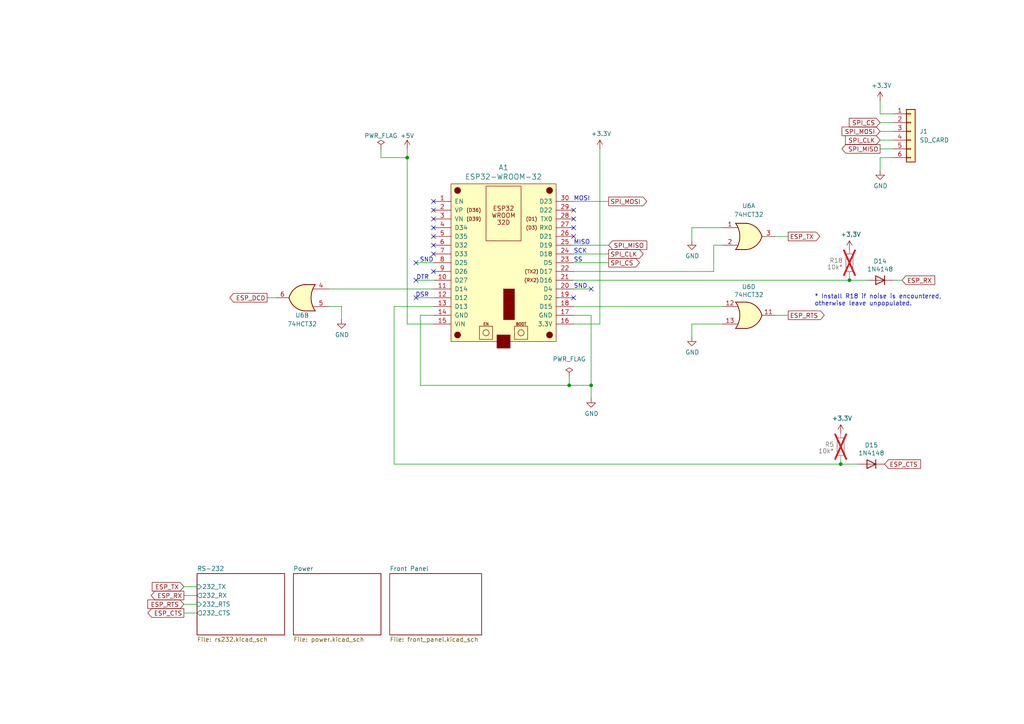
<source format=kicad_sch>
(kicad_sch (version 20231120) (generator "eeschema") (generator_version "8.0")
  (paper "A4")
  (title_block (title "BulkyModem-32 Mini") (rev "A") (comment 3 "before I actually knew what I was doing.") (comment 4 "A smaller version of the BulkyModem-32, initially created as a way to test things out"))
  (lib_symbols
    (symbol "74xx:74LS32" (pin_names (offset 1.016))
      (property "Reference" "U" (at 0 1.27 0))
      (property "Value" "74LS32" (at 0 -1.27 0))
      (symbol "74LS32_1_1"
        (arc (start -3.81 -3.81) (mid -2.589 0) (end -3.81 3.81) (stroke (width 0.254)))
        (arc (start -0.6096 -3.81) (mid 2.1842 -2.5851) (end 3.81 0) (stroke (width 0.254)) (fill (type background)))
        (polyline (pts (xy -3.81 -3.81) (xy -0.635 -3.81)) (stroke (width 0.254)) (fill (type background)))
        (polyline (pts (xy -3.81 3.81) (xy -0.635 3.81)) (stroke (width 0.254)) (fill (type background)))
        (polyline (pts (xy -0.635 3.81) (xy -3.81 3.81) (xy -3.81 3.81) (xy -3.556 3.4036) (xy -3.0226 2.2606) (xy -2.6924 1.0414) (xy -2.6162 -0.254) (xy -2.7686 -1.4986) (xy -3.175 -2.7178) (xy -3.81 -3.81) (xy -3.81 -3.81) (xy -0.635 -3.81)) (stroke (width -25.4)) (fill (type background)))
        (arc (start 3.81 0) (mid 2.1915 2.5936) (end -0.6096 3.81) (stroke (width 0.254)) (fill (type background)))
        (pin input line (at -7.62 2.54 0) (length 4.318) (name "~") (number "1"))
        (pin input line (at -7.62 -2.54 0) (length 4.318) (name "~") (number "2"))
        (pin output line (at 7.62 0 180) (length 3.81) (name "~") (number "3"))
      )
      (symbol "74LS32_1_2"
        (arc (start 0 -3.81) (mid 3.7934 0) (end 0 3.81) (stroke (width 0.254)) (fill (type background)))
        (polyline (pts (xy 0 3.81) (xy -3.81 3.81) (xy -3.81 -3.81) (xy 0 -3.81)) (stroke (width 0.254)) (fill (type background)))
        (pin input inverted (at -7.62 2.54 0) (length 3.81) (name "~") (number "1"))
        (pin input inverted (at -7.62 -2.54 0) (length 3.81) (name "~") (number "2"))
        (pin output inverted (at 7.62 0 180) (length 3.81) (name "~") (number "3"))
      )
      (symbol "74LS32_2_1"
        (arc (start -3.81 -3.81) (mid -2.589 0) (end -3.81 3.81) (stroke (width 0.254)))
        (arc (start -0.6096 -3.81) (mid 2.1842 -2.5851) (end 3.81 0) (stroke (width 0.254)) (fill (type background)))
        (polyline (pts (xy -3.81 -3.81) (xy -0.635 -3.81)) (stroke (width 0.254)) (fill (type background)))
        (polyline (pts (xy -3.81 3.81) (xy -0.635 3.81)) (stroke (width 0.254)) (fill (type background)))
        (polyline (pts (xy -0.635 3.81) (xy -3.81 3.81) (xy -3.81 3.81) (xy -3.556 3.4036) (xy -3.0226 2.2606) (xy -2.6924 1.0414) (xy -2.6162 -0.254) (xy -2.7686 -1.4986) (xy -3.175 -2.7178) (xy -3.81 -3.81) (xy -3.81 -3.81) (xy -0.635 -3.81)) (stroke (width -25.4)) (fill (type background)))
        (arc (start 3.81 0) (mid 2.1915 2.5936) (end -0.6096 3.81) (stroke (width 0.254)) (fill (type background)))
        (pin input line (at -7.62 2.54 0) (length 4.318) (name "~") (number "4"))
        (pin input line (at -7.62 -2.54 0) (length 4.318) (name "~") (number "5"))
        (pin output line (at 7.62 0 180) (length 3.81) (name "~") (number "6"))
      )
      (symbol "74LS32_2_2"
        (arc (start 0 -3.81) (mid 3.7934 0) (end 0 3.81) (stroke (width 0.254)) (fill (type background)))
        (polyline (pts (xy 0 3.81) (xy -3.81 3.81) (xy -3.81 -3.81) (xy 0 -3.81)) (stroke (width 0.254)) (fill (type background)))
        (pin input inverted (at -7.62 2.54 0) (length 3.81) (name "~") (number "4"))
        (pin input inverted (at -7.62 -2.54 0) (length 3.81) (name "~") (number "5"))
        (pin output inverted (at 7.62 0 180) (length 3.81) (name "~") (number "6"))
      )
      (symbol "74LS32_3_1"
        (arc (start -3.81 -3.81) (mid -2.589 0) (end -3.81 3.81) (stroke (width 0.254)))
        (arc (start -0.6096 -3.81) (mid 2.1842 -2.5851) (end 3.81 0) (stroke (width 0.254)) (fill (type background)))
        (polyline (pts (xy -3.81 -3.81) (xy -0.635 -3.81)) (stroke (width 0.254)) (fill (type background)))
        (polyline (pts (xy -3.81 3.81) (xy -0.635 3.81)) (stroke (width 0.254)) (fill (type background)))
        (polyline (pts (xy -0.635 3.81) (xy -3.81 3.81) (xy -3.81 3.81) (xy -3.556 3.4036) (xy -3.0226 2.2606) (xy -2.6924 1.0414) (xy -2.6162 -0.254) (xy -2.7686 -1.4986) (xy -3.175 -2.7178) (xy -3.81 -3.81) (xy -3.81 -3.81) (xy -0.635 -3.81)) (stroke (width -25.4)) (fill (type background)))
        (arc (start 3.81 0) (mid 2.1915 2.5936) (end -0.6096 3.81) (stroke (width 0.254)) (fill (type background)))
        (pin input line (at -7.62 -2.54 0) (length 4.318) (name "~") (number "10"))
        (pin output line (at 7.62 0 180) (length 3.81) (name "~") (number "8"))
        (pin input line (at -7.62 2.54 0) (length 4.318) (name "~") (number "9"))
      )
      (symbol "74LS32_3_2"
        (arc (start 0 -3.81) (mid 3.7934 0) (end 0 3.81) (stroke (width 0.254)) (fill (type background)))
        (polyline (pts (xy 0 3.81) (xy -3.81 3.81) (xy -3.81 -3.81) (xy 0 -3.81)) (stroke (width 0.254)) (fill (type background)))
        (pin input inverted (at -7.62 -2.54 0) (length 3.81) (name "~") (number "10"))
        (pin output inverted (at 7.62 0 180) (length 3.81) (name "~") (number "8"))
        (pin input inverted (at -7.62 2.54 0) (length 3.81) (name "~") (number "9"))
      )
      (symbol "74LS32_4_1"
        (arc (start -3.81 -3.81) (mid -2.589 0) (end -3.81 3.81) (stroke (width 0.254)))
        (arc (start -0.6096 -3.81) (mid 2.1842 -2.5851) (end 3.81 0) (stroke (width 0.254)) (fill (type background)))
        (polyline (pts (xy -3.81 -3.81) (xy -0.635 -3.81)) (stroke (width 0.254)) (fill (type background)))
        (polyline (pts (xy -3.81 3.81) (xy -0.635 3.81)) (stroke (width 0.254)) (fill (type background)))
        (polyline (pts (xy -0.635 3.81) (xy -3.81 3.81) (xy -3.81 3.81) (xy -3.556 3.4036) (xy -3.0226 2.2606) (xy -2.6924 1.0414) (xy -2.6162 -0.254) (xy -2.7686 -1.4986) (xy -3.175 -2.7178) (xy -3.81 -3.81) (xy -3.81 -3.81) (xy -0.635 -3.81)) (stroke (width -25.4)) (fill (type background)))
        (arc (start 3.81 0) (mid 2.1915 2.5936) (end -0.6096 3.81) (stroke (width 0.254)) (fill (type background)))
        (pin output line (at 7.62 0 180) (length 3.81) (name "~") (number "11"))
        (pin input line (at -7.62 2.54 0) (length 4.318) (name "~") (number "12"))
        (pin input line (at -7.62 -2.54 0) (length 4.318) (name "~") (number "13"))
      )
      (symbol "74LS32_4_2"
        (arc (start 0 -3.81) (mid 3.7934 0) (end 0 3.81) (stroke (width 0.254)) (fill (type background)))
        (polyline (pts (xy 0 3.81) (xy -3.81 3.81) (xy -3.81 -3.81) (xy 0 -3.81)) (stroke (width 0.254)) (fill (type background)))
        (pin output inverted (at 7.62 0 180) (length 3.81) (name "~") (number "11"))
        (pin input inverted (at -7.62 2.54 0) (length 3.81) (name "~") (number "12"))
        (pin input inverted (at -7.62 -2.54 0) (length 3.81) (name "~") (number "13"))
      )
      (symbol "74LS32_5_0"
        (pin power_in line (at 0 12.7 270) (length 5.08) (name "VCC") (number "14"))
        (pin power_in line (at 0 -12.7 90) (length 5.08) (name "GND") (number "7"))
      )
      (symbol "74LS32_5_1"
        (rectangle (start -5.08 7.62) (end 5.08 -7.62) (stroke (width 0.254)) (fill (type background)))
      )
    )
    (symbol "Connector_Generic:Conn_01x06" (pin_names (offset 1.016) hide)
      (property "Reference" "J" (at 0 7.62 0))
      (property "Value" "Conn_01x06" (at 0 -10.16 0))
      (symbol "Conn_01x06_1_1"
        (rectangle (start -1.27 -7.493) (end 0 -7.747) (stroke (width 0.1524)))
        (rectangle (start -1.27 -4.953) (end 0 -5.207) (stroke (width 0.1524)))
        (rectangle (start -1.27 -2.413) (end 0 -2.667) (stroke (width 0.1524)))
        (rectangle (start -1.27 0.127) (end 0 -0.127) (stroke (width 0.1524)))
        (rectangle (start -1.27 2.667) (end 0 2.413) (stroke (width 0.1524)))
        (rectangle (start -1.27 5.207) (end 0 4.953) (stroke (width 0.1524)))
        (rectangle (start -1.27 6.35) (end 1.27 -8.89) (stroke (width 0.254)) (fill (type background)))
        (pin passive line (at -5.08 5.08 0) (length 3.81) (name "Pin_1") (number "1"))
        (pin passive line (at -5.08 2.54 0) (length 3.81) (name "Pin_2") (number "2"))
        (pin passive line (at -5.08 0 0) (length 3.81) (name "Pin_3") (number "3"))
        (pin passive line (at -5.08 -2.54 0) (length 3.81) (name "Pin_4") (number "4"))
        (pin passive line (at -5.08 -5.08 0) (length 3.81) (name "Pin_5") (number "5"))
        (pin passive line (at -5.08 -7.62 0) (length 3.81) (name "Pin_6") (number "6"))
      )
    )
    (symbol "Device:R" (pin_numbers hide) (pin_names (offset 0))
      (property "Reference" "R" (at 2.032 0 90))
      (property "Value" "R" (at 0 0 90))
      (symbol "R_0_1"
        (rectangle (start -1.016 -2.54) (end 1.016 2.54) (stroke (width 0.254)))
      )
      (symbol "R_1_1"
        (pin passive line (at 0 3.81 270) (length 1.27) (name "~") (number "1"))
        (pin passive line (at 0 -3.81 90) (length 1.27) (name "~") (number "2"))
      )
    )
    (symbol "Diode:1N4148" (pin_numbers hide) (pin_names hide)
      (property "Reference" "D" (at 0 2.54 0))
      (property "Value" "1N4148" (at 0 -2.54 0))
      (symbol "1N4148_0_1"
        (polyline (pts (xy -1.27 1.27) (xy -1.27 -1.27)) (stroke (width 0.254)))
        (polyline (pts (xy 1.27 0) (xy -1.27 0)))
        (polyline (pts (xy 1.27 1.27) (xy 1.27 -1.27) (xy -1.27 0) (xy 1.27 1.27)) (stroke (width 0.254)))
      )
      (symbol "1N4148_1_1"
        (pin passive line (at -3.81 0 0) (length 2.54) (name "K") (number "1"))
        (pin passive line (at 3.81 0 180) (length 2.54) (name "A") (number "2"))
      )
    )
    (symbol "esp32_dev_board:ESP32-WROOM-32" (pin_names (offset 1.016))
      (property "Reference" "A" (at -13.335 24.13 0))
      (property "Value" "ESP32-WROOM-32" (at 0 -27.178 0))
      (symbol "ESP32-WROOM-32_0_0"
        (circle (center -13.335 20.955) (radius 0.889) (fill (type outline)))
        (rectangle (start 3.175 -18.415) (end 6.985 -22.225))
        (circle (center 5.08 -20.32) (radius 0.889))
      )
      (symbol "ESP32-WROOM-32_0_1"
        (rectangle (start -15.24 22.86) (end 15.24 -22.86) (fill (type background)))
        (rectangle (start -5.08 22.225) (end 5.08 6.35))
        (rectangle (start -1.905 -20.955) (end 1.905 -24.765) (fill (type outline)))
        (rectangle (start 0 -16.51) (end 3.175 -7.62) (fill (type outline)))
      )
      (symbol "ESP32-WROOM-32_1_0"
        (text "BOOT" (at 5.08 -17.78 0) (effects (font (size 0.7874 0.7874))))
        (text "EN" (at -5.08 -17.78 0) (effects (font (size 0.7874 0.7874))))
        (text "ESP32\nWROOM\n32D" (at 0 13.716 0) (effects (font (size 1.27 1.27))))
      )
      (symbol "ESP32-WROOM-32_1_1"
        (circle (center -13.335 -20.955) (radius 0.889) (fill (type outline)))
        (rectangle (start -6.985 -18.415) (end -3.175 -22.225))
        (circle (center -5.08 -20.32) (radius 0.889))
        (circle (center 13.335 -20.955) (radius 0.889) (fill (type outline)))
        (circle (center 13.335 20.955) (radius 0.889) (fill (type outline)))
        (text "(D1)" (at 8.128 12.7 0) (effects (font (size 1 1))))
        (text "(D3)" (at 8.128 10.16 0) (effects (font (size 1 1))))
        (text "(D36)" (at -8.636 15.24 0) (effects (font (size 1 1))))
        (text "(D39)" (at -8.636 12.7 0) (effects (font (size 1 1))))
        (text "(RX2)" (at 8.128 -5.08 0) (effects (font (size 1 1))))
        (text "(TX2)" (at 8.128 -2.54 0) (effects (font (size 1 1))))
        (pin input line (at -20.32 17.78 0) (length 5.08) (name "EN") (number "1"))
        (pin bidirectional line (at -20.32 -5.08 0) (length 5.08) (name "D27") (number "10"))
        (pin bidirectional line (at -20.32 -7.62 0) (length 5.08) (name "D14") (number "11"))
        (pin bidirectional line (at -20.32 -10.16 0) (length 5.08) (name "D12") (number "12"))
        (pin bidirectional line (at -20.32 -12.7 0) (length 5.08) (name "D13") (number "13"))
        (pin power_in line (at -20.32 -15.24 0) (length 5.08) (name "GND") (number "14"))
        (pin power_in line (at -20.32 -17.78 0) (length 5.08) (name "VIN") (number "15"))
        (pin power_out line (at 20.32 -17.78 180) (length 5.08) (name "3.3V") (number "16"))
        (pin passive line (at 20.32 -15.24 180) (length 5.08) (name "GND") (number "17"))
        (pin bidirectional line (at 20.32 -12.7 180) (length 5.08) (name "D15") (number "18"))
        (pin bidirectional line (at 20.32 -10.16 180) (length 5.08) (name "D2") (number "19"))
        (pin input line (at -20.32 15.24 0) (length 5.08) (name "VP") (number "2"))
        (pin bidirectional line (at 20.32 -7.62 180) (length 5.08) (name "D4") (number "20"))
        (pin bidirectional line (at 20.32 -5.08 180) (length 5.08) (name "D16") (number "21"))
        (pin bidirectional line (at 20.32 -2.54 180) (length 5.08) (name "D17") (number "22"))
        (pin bidirectional line (at 20.32 0 180) (length 5.08) (name "D5") (number "23"))
        (pin bidirectional line (at 20.32 2.54 180) (length 5.08) (name "D18") (number "24"))
        (pin bidirectional line (at 20.32 5.08 180) (length 5.08) (name "D19") (number "25"))
        (pin bidirectional line (at 20.32 7.62 180) (length 5.08) (name "D21") (number "26"))
        (pin bidirectional line (at 20.32 10.16 180) (length 5.08) (name "RX0") (number "27"))
        (pin bidirectional line (at 20.32 12.7 180) (length 5.08) (name "TX0") (number "28"))
        (pin bidirectional line (at 20.32 15.24 180) (length 5.08) (name "D22") (number "29"))
        (pin input line (at -20.32 12.7 0) (length 5.08) (name "VN") (number "3"))
        (pin bidirectional line (at 20.32 17.78 180) (length 5.08) (name "D23") (number "30"))
        (pin input line (at -20.32 10.16 0) (length 5.08) (name "D34") (number "4"))
        (pin input line (at -20.32 7.62 0) (length 5.08) (name "D35") (number "5"))
        (pin bidirectional line (at -20.32 5.08 0) (length 5.08) (name "D32") (number "6"))
        (pin bidirectional line (at -20.32 2.54 0) (length 5.08) (name "D33") (number "7"))
        (pin bidirectional line (at -20.32 0 0) (length 5.08) (name "D25") (number "8"))
        (pin bidirectional line (at -20.32 -2.54 0) (length 5.08) (name "D26") (number "9"))
      )
    )
    (symbol "power:+3.3V" (power) (pin_numbers hide) (pin_names (offset 0) hide)
      (property "Value" "+3.3V" (at 0 3.556 0))
      (symbol "+3.3V_0_1"
        (polyline (pts (xy -0.762 1.27) (xy 0 2.54)))
        (polyline (pts (xy 0 0) (xy 0 2.54)))
        (polyline (pts (xy 0 2.54) (xy 0.762 1.27)))
      )
      (symbol "+3.3V_1_1"
        (pin power_in line (at 0 0 90) (length 0) (name "~") (number "1"))
      )
    )
    (symbol "power:+5V" (power) (pin_numbers hide) (pin_names (offset 0) hide)
      (property "Value" "+5V" (at 0 3.556 0))
      (symbol "+5V_0_1"
        (polyline (pts (xy -0.762 1.27) (xy 0 2.54)))
        (polyline (pts (xy 0 0) (xy 0 2.54)))
        (polyline (pts (xy 0 2.54) (xy 0.762 1.27)))
      )
      (symbol "+5V_1_1"
        (pin power_in line (at 0 0 90) (length 0) (name "~") (number "1"))
      )
    )
    (symbol "power:GND" (power) (pin_numbers hide) (pin_names (offset 0) hide)
      (property "Value" "GND" (at 0 -3.81 0))
      (symbol "GND_0_1"
        (polyline (pts (xy 0 0) (xy 0 -1.27) (xy 1.27 -1.27) (xy 0 -2.54) (xy -1.27 -1.27) (xy 0 -1.27)))
      )
      (symbol "GND_1_1"
        (pin power_in line (at 0 0 270) (length 0) (name "~") (number "1"))
      )
    )
    (symbol "power:PWR_FLAG" (power) (pin_numbers hide) (pin_names (offset 0) hide)
      (property "Value" "PWR_FLAG" (at 0 3.81 0))
      (symbol "PWR_FLAG_0_0"
        (pin power_out line (at 0 0 90) (length 0) (name "~") (number "1"))
      )
      (symbol "PWR_FLAG_0_1"
        (polyline (pts (xy 0 0) (xy 0 1.27) (xy -1.016 1.905) (xy 0 2.54) (xy 1.016 1.905) (xy 0 1.27)))
      )
    )
  )
  (junction (at 118.11 45.72))
  (junction (at 243.84 134.62))
  (junction (at 246.38 81.28))
  (junction (at 171.45 111.76))
  (junction (at 165.1 111.76))
  (no_connect (at 125.73 58.42))
  (no_connect (at 166.37 68.58))
  (no_connect (at 120.65 76.2))
  (no_connect (at 166.37 63.5))
  (no_connect (at 166.37 66.04))
  (no_connect (at 125.73 78.74))
  (no_connect (at 120.65 81.28))
  (no_connect (at 125.73 63.5))
  (no_connect (at 171.45 83.82))
  (no_connect (at 166.37 86.36))
  (no_connect (at 125.73 66.04))
  (no_connect (at 120.65 86.36))
  (no_connect (at 125.73 68.58))
  (no_connect (at 125.73 60.96))
  (no_connect (at 166.37 60.96))
  (no_connect (at 125.73 73.66))
  (no_connect (at 125.73 71.12))
  (wire (pts (xy 243.84 134.62) (xy 248.92 134.62)))
  (wire (pts (xy 166.37 91.44) (xy 171.45 91.44)))
  (wire (pts (xy 95.25 88.9) (xy 99.06 88.9)))
  (wire (pts (xy 200.66 97.79) (xy 200.66 93.98)))
  (wire (pts (xy 166.37 58.42) (xy 176.53 58.42)))
  (wire (pts (xy 255.27 33.02) (xy 259.08 33.02)))
  (wire (pts (xy 121.92 111.76) (xy 165.1 111.76)))
  (wire (pts (xy 114.3 88.9) (xy 114.3 134.62)))
  (wire (pts (xy 99.06 92.71) (xy 99.06 88.9)))
  (wire (pts (xy 209.55 71.12) (xy 207.01 71.12)))
  (wire (pts (xy 261.62 81.28) (xy 259.08 81.28)))
  (wire (pts (xy 200.66 69.85) (xy 200.66 66.04)))
  (wire (pts (xy 165.1 109.22) (xy 165.1 111.76)))
  (wire (pts (xy 200.66 66.04) (xy 209.55 66.04)))
  (wire (pts (xy 120.65 81.28) (xy 125.73 81.28)))
  (wire (pts (xy 166.37 81.28) (xy 246.38 81.28)))
  (wire (pts (xy 95.25 83.82) (xy 125.73 83.82)))
  (wire (pts (xy 165.1 111.76) (xy 171.45 111.76)))
  (wire (pts (xy 53.34 172.72) (xy 57.15 172.72)))
  (wire (pts (xy 121.92 91.44) (xy 121.92 111.76)))
  (wire (pts (xy 246.38 80.01) (xy 246.38 81.28)))
  (wire (pts (xy 173.99 43.18) (xy 173.99 93.98)))
  (wire (pts (xy 171.45 91.44) (xy 171.45 111.76)))
  (wire (pts (xy 120.65 86.36) (xy 125.73 86.36)))
  (wire (pts (xy 200.66 93.98) (xy 209.55 93.98)))
  (wire (pts (xy 224.79 91.44) (xy 228.6 91.44)))
  (wire (pts (xy 246.38 81.28) (xy 251.46 81.28)))
  (wire (pts (xy 166.37 78.74) (xy 207.01 78.74)))
  (wire (pts (xy 120.65 76.2) (xy 125.73 76.2)))
  (wire (pts (xy 53.34 170.18) (xy 57.15 170.18)))
  (wire (pts (xy 118.11 45.72) (xy 118.11 93.98)))
  (wire (pts (xy 255.27 38.1) (xy 259.08 38.1)))
  (wire (pts (xy 171.45 111.76) (xy 171.45 115.57)))
  (wire (pts (xy 125.73 88.9) (xy 114.3 88.9)))
  (wire (pts (xy 255.27 40.64) (xy 259.08 40.64)))
  (wire (pts (xy 110.49 45.72) (xy 118.11 45.72)))
  (wire (pts (xy 77.47 86.36) (xy 80.01 86.36)))
  (wire (pts (xy 166.37 93.98) (xy 173.99 93.98)))
  (wire (pts (xy 166.37 76.2) (xy 176.53 76.2)))
  (wire (pts (xy 166.37 83.82) (xy 171.45 83.82)))
  (wire (pts (xy 53.34 177.8) (xy 57.15 177.8)))
  (wire (pts (xy 53.34 175.26) (xy 57.15 175.26)))
  (wire (pts (xy 121.92 91.44) (xy 125.73 91.44)))
  (wire (pts (xy 166.37 73.66) (xy 176.53 73.66)))
  (wire (pts (xy 255.27 29.21) (xy 255.27 33.02)))
  (wire (pts (xy 118.11 43.18) (xy 118.11 45.72)))
  (wire (pts (xy 255.27 49.53) (xy 255.27 45.72)))
  (wire (pts (xy 255.27 43.18) (xy 259.08 43.18)))
  (wire (pts (xy 224.79 68.58) (xy 228.6 68.58)))
  (wire (pts (xy 255.27 45.72) (xy 259.08 45.72)))
  (wire (pts (xy 166.37 71.12) (xy 176.53 71.12)))
  (wire (pts (xy 255.27 35.56) (xy 259.08 35.56)))
  (wire (pts (xy 207.01 71.12) (xy 207.01 78.74)))
  (wire (pts (xy 243.84 133.35) (xy 243.84 134.62)))
  (wire (pts (xy 118.11 93.98) (xy 125.73 93.98)))
  (wire (pts (xy 243.84 134.62) (xy 114.3 134.62)))
  (wire (pts (xy 166.37 88.9) (xy 209.55 88.9)))
  (wire (pts (xy 110.49 43.18) (xy 110.49 45.72)))
  (text "SS" (at 166.37 76.2 0) (effects (font (size 1.27 1.27)) (justify left bottom)))
  (text "MISO" (at 166.37 71.12 0) (effects (font (size 1.27 1.27)) (justify left bottom)))
  (text "SND" (at 125.73 76.2 0) (effects (font (size 1.27 1.27)) (justify right bottom)))
  (text "DSR" (at 124.46 86.36 0) (effects (font (size 1.27 1.27)) (justify right bottom)))
  (text "* Install R18 if noise is encountered,\notherwise leave unpopulated." (at 236.22 88.9 0) (effects (font (size 1.27 1.27)) (justify left bottom)))
  (text "SCK" (at 166.37 73.66 0) (effects (font (size 1.27 1.27)) (justify left bottom)))
  (text "DTR" (at 124.46 81.28 0) (effects (font (size 1.27 1.27)) (justify right bottom)))
  (text "MOSI" (at 166.37 58.42 0) (effects (font (size 1.27 1.27)) (justify left bottom)))
  (text "SND" (at 166.37 83.82 0) (effects (font (size 1.27 1.27)) (justify left bottom)))
  (global_label "ESP_RX" (shape output) (at 53.34 172.72 180) (property "Intersheetrefs" "${INTERSHEET_REFS}" (effects (hide yes))))
  (global_label "SPI_CS" (shape output) (at 176.53 76.2 0) (property "Intersheetrefs" "${INTERSHEET_REFS}" (effects (hide yes))))
  (global_label "ESP_DCD" (shape output) (at 77.47 86.36 180) (property "Intersheetrefs" "${INTERSHEET_REFS}" (effects (hide yes))))
  (global_label "SPI_CLK" (shape input) (at 255.27 40.64 180) (property "Intersheetrefs" "${INTERSHEET_REFS}" (effects (hide yes))))
  (global_label "ESP_RTS" (shape input) (at 53.34 175.26 180) (property "Intersheetrefs" "${INTERSHEET_REFS}" (effects (hide yes))))
  (global_label "SPI_MOSI" (shape input) (at 255.27 38.1 180) (property "Intersheetrefs" "${INTERSHEET_REFS}" (effects (hide yes))))
  (global_label "ESP_RTS" (shape output) (at 228.6 91.44 0) (property "Intersheetrefs" "${INTERSHEET_REFS}" (effects (hide yes))))
  (global_label "ESP_CTS" (shape input) (at 256.54 134.62 0) (property "Intersheetrefs" "${INTERSHEET_REFS}" (effects (hide yes))))
  (global_label "ESP_TX" (shape input) (at 53.34 170.18 180) (property "Intersheetrefs" "${INTERSHEET_REFS}" (effects (hide yes))))
  (global_label "ESP_TX" (shape output) (at 228.6 68.58 0) (property "Intersheetrefs" "${INTERSHEET_REFS}" (effects (hide yes))))
  (global_label "SPI_MOSI" (shape output) (at 176.53 58.42 0) (property "Intersheetrefs" "${INTERSHEET_REFS}" (effects (hide yes))))
  (global_label "SPI_CS" (shape input) (at 255.27 35.56 180) (property "Intersheetrefs" "${INTERSHEET_REFS}" (effects (hide yes))))
  (global_label "ESP_CTS" (shape output) (at 53.34 177.8 180) (property "Intersheetrefs" "${INTERSHEET_REFS}" (effects (hide yes))))
  (global_label "SPI_MISO" (shape input) (at 176.53 71.12 0) (property "Intersheetrefs" "${INTERSHEET_REFS}" (effects (hide yes))))
  (global_label "SPI_MISO" (shape output) (at 255.27 43.18 180) (property "Intersheetrefs" "${INTERSHEET_REFS}" (effects (hide yes))))
  (global_label "SPI_CLK" (shape output) (at 176.53 73.66 0) (property "Intersheetrefs" "${INTERSHEET_REFS}" (effects (hide yes))))
  (global_label "ESP_RX" (shape input) (at 261.62 81.28 0) (property "Intersheetrefs" "${INTERSHEET_REFS}" (effects (hide yes))))
  (symbol (lib_id "esp32_dev_board:ESP32-WROOM-32") (at 146.05 76.2 0) (unit 1)
    (property "Reference" "A1" (at 146.05 48.5902 0) (effects (font (size 1.524 1.524))))
    (property "Value" "ESP32-WROOM-32" (at 146.05 51.2826 0) (effects (font (size 1.524 1.524))))
    (property "Footprint" "esp32_dev_board:ESP32-WROOM-32D_30" (effects (hide yes)))
  )
  (symbol (lib_id "power:+3.3V") (at 173.99 43.18 0) (unit 1)
    (property "Reference" "#PWR0102" (effects (hide yes)))
    (property "Value" "+3.3V" (at 174.371 38.7858 0))
    (property "Description" "Power symbol creates a global label with name \"+3.3V\"" (effects (hide yes)))
  )
  (symbol (lib_id "power:GND") (at 171.45 115.57 0) (unit 1)
    (property "Reference" "#PWR0104" (effects (hide yes)))
    (property "Value" "GND" (at 171.577 119.9642 0))
    (property "Description" "Power symbol creates a global label with name \"GND\" , ground" (effects (hide yes)))
  )
  (symbol (lib_id "power:+5V") (at 118.11 43.18 0) (unit 1)
    (property "Reference" "#PWR0107" (effects (hide yes)))
    (property "Value" "+5V" (at 118.11 39.37 0))
    (property "Description" "Power symbol creates a global label with name \"+5V\"" (effects (hide yes)))
  )
  (symbol (lib_id "Device:R") (at 246.38 76.2 0) (unit 1) (dnp yes)
    (property "Reference" "R18" (at 244.475 75.565 0) (effects (justify right)))
    (property "Value" "10k*" (at 244.475 77.47 0) (effects (justify right)))
    (property "Footprint" "resistor:R_Axial_DIN0207_L6.3mm_D2.5mm_P10.16mm_Horizontal" (effects (hide yes)))
    (property "Description" "Resistor" (effects (hide yes)))
  )
  (symbol (lib_id "74xx:74LS32") (at 87.63 86.36 0) (mirror y) (unit 2)
    (property "Reference" "U6" (at 87.63 91.44 0))
    (property "Value" "74HCT32" (at 87.63 93.98 0))
    (property "Footprint" "Package_DIP:DIP-14_W7.62mm_Socket_LongPads" (effects (hide yes)))
    (property "Datasheet" "http://www.ti.com/lit/gpn/sn74LS32" (effects (hide yes)))
    (property "Description" "Quad 2-input OR" (effects (hide yes)))
  )
  (symbol (lib_id "power:+3.3V") (at 246.38 72.39 0) (unit 1)
    (property "Reference" "#PWR0123" (effects (hide yes)))
    (property "Value" "+3.3V" (at 246.761 67.9958 0))
    (property "Description" "Power symbol creates a global label with name \"+3.3V\"" (effects (hide yes)))
  )
  (symbol (lib_id "Diode:1N4148") (at 255.27 81.28 180) (unit 1)
    (property "Reference" "D14" (at 255.27 75.7682 0))
    (property "Value" "1N4148" (at 255.27 78.0796 0))
    (property "Footprint" "Diode_THT:D_DO-35_SOD27_P7.62mm_Horizontal" (effects (hide yes)))
    (property "Datasheet" "https://assets.nexperia.com/documents/data-sheet/1N4148_1N4448.pdf" (effects (hide yes)))
    (property "Description" "100V 0.15A standard switching diode, DO-35" (effects (hide yes)))
    (property "Sim.Device" "D" (effects (hide yes)))
    (property "Sim.Pins" "1=K 2=A" (effects (hide yes)))
  )
  (symbol (lib_id "74xx:74LS32") (at 217.17 68.58 0) (unit 1)
    (property "Reference" "U6" (at 217.17 59.69 0))
    (property "Value" "74HCT32" (at 217.17 62.23 0))
    (property "Footprint" "Package_DIP:DIP-14_W7.62mm_Socket_LongPads" (effects (hide yes)))
    (property "Datasheet" "http://www.ti.com/lit/gpn/sn74LS32" (effects (hide yes)))
    (property "Description" "Quad 2-input OR" (effects (hide yes)))
  )
  (symbol (lib_id "74xx:74LS32") (at 217.17 91.44 0) (unit 4)
    (property "Reference" "U6" (at 217.17 83.185 0))
    (property "Value" "74HCT32" (at 217.17 85.4964 0))
    (property "Footprint" "Package_DIP:DIP-14_W7.62mm_Socket_LongPads" (effects (hide yes)))
    (property "Datasheet" "http://www.ti.com/lit/gpn/sn74LS32" (effects (hide yes)))
    (property "Description" "Quad 2-input OR" (effects (hide yes)))
  )
  (symbol (lib_id "power:+3.3V") (at 255.27 29.21 0) (unit 1)
    (property "Reference" "#PWR08" (effects (hide yes)))
    (property "Value" "+3.3V" (at 255.651 24.8158 0))
    (property "Description" "Power symbol creates a global label with name \"+3.3V\"" (effects (hide yes)))
  )
  (symbol (lib_id "Device:R") (at 243.84 129.54 0) (unit 1) (dnp yes)
    (property "Reference" "R5" (at 241.935 128.905 0) (effects (justify right)))
    (property "Value" "10k*" (at 241.935 130.81 0) (effects (justify right)))
    (property "Footprint" "resistor:R_Axial_DIN0207_L6.3mm_D2.5mm_P10.16mm_Horizontal" (effects (hide yes)))
    (property "Description" "Resistor" (effects (hide yes)))
  )
  (symbol (lib_id "power:+3.3V") (at 243.84 125.73 0) (unit 1)
    (property "Reference" "#PWR01" (effects (hide yes)))
    (property "Value" "+3.3V" (at 244.221 121.3358 0))
    (property "Description" "Power symbol creates a global label with name \"+3.3V\"" (effects (hide yes)))
  )
  (symbol (lib_id "power:PWR_FLAG") (at 165.1 109.22 0) (unit 1)
    (property "Reference" "#FLG01" (effects (hide yes)))
    (property "Value" "PWR_FLAG" (at 165.1 104.14 0))
    (property "Description" "Special symbol for telling ERC where power comes from" (effects (hide yes)))
  )
  (symbol (lib_id "power:GND") (at 99.06 92.71 0) (unit 1)
    (property "Reference" "#PWR015" (effects (hide yes)))
    (property "Value" "GND" (at 99.187 97.1042 0))
    (property "Description" "Power symbol creates a global label with name \"GND\" , ground" (effects (hide yes)))
  )
  (symbol (lib_id "Diode:1N4148") (at 252.73 134.62 180) (unit 1)
    (property "Reference" "D15" (at 252.73 129.1082 0))
    (property "Value" "1N4148" (at 252.73 131.4196 0))
    (property "Footprint" "Diode_THT:D_DO-35_SOD27_P7.62mm_Horizontal" (effects (hide yes)))
    (property "Datasheet" "https://assets.nexperia.com/documents/data-sheet/1N4148_1N4448.pdf" (effects (hide yes)))
    (property "Description" "100V 0.15A standard switching diode, DO-35" (effects (hide yes)))
    (property "Sim.Device" "D" (effects (hide yes)))
    (property "Sim.Pins" "1=K 2=A" (effects (hide yes)))
  )
  (symbol (lib_id "power:GND") (at 200.66 69.85 0) (unit 1)
    (property "Reference" "#PWR010" (effects (hide yes)))
    (property "Value" "GND" (at 200.787 74.2442 0))
    (property "Description" "Power symbol creates a global label with name \"GND\" , ground" (effects (hide yes)))
  )
  (symbol (lib_id "power:GND") (at 255.27 49.53 0) (unit 1)
    (property "Reference" "#PWR09" (effects (hide yes)))
    (property "Value" "GND" (at 255.397 53.9242 0))
    (property "Description" "Power symbol creates a global label with name \"GND\" , ground" (effects (hide yes)))
  )
  (symbol (lib_id "Connector_Generic:Conn_01x06") (at 264.16 38.1 0) (unit 1)
    (property "Reference" "J1" (at 266.7 38.0999 0) (effects (justify left)))
    (property "Value" "SD_CARD" (at 266.7 40.6399 0) (effects (justify left)))
    (property "Footprint" "Connector_PinHeader_2.54mm:PinHeader_1x06_P2.54mm_Vertical" (effects (hide yes)))
    (property "Description" "Generic connector, single row, 01x06, script generated (kicad-library-utils/schlib/autogen/connector/)" (effects (hide yes)))
  )
  (symbol (lib_id "power:PWR_FLAG") (at 110.49 43.18 0) (unit 1)
    (property "Reference" "#FLG02" (effects (hide yes)))
    (property "Value" "PWR_FLAG" (at 110.49 39.37 0))
    (property "Description" "Special symbol for telling ERC where power comes from" (effects (hide yes)))
  )
  (symbol (lib_id "power:GND") (at 200.66 97.79 0) (unit 1)
    (property "Reference" "#PWR03" (effects (hide yes)))
    (property "Value" "GND" (at 200.787 102.1842 0))
    (property "Description" "Power symbol creates a global label with name \"GND\" , ground" (effects (hide yes)))
  )
  (sheet (at 57.15 166.37) (size 25.4 17.78)
    (property "Sheetname" "RS-232" (at 57.15 165.6584 0) (effects (justify left bottom)))
    (property "Sheetfile" "rs232.kicad_sch" (at 57.15 184.7346 0) (effects (justify left top)))
    (pin "232_TX" input (at 57.15 170.18 180))
    (pin "232_RX" output (at 57.15 172.72 180))
    (pin "232_CTS" output (at 57.15 177.8 180))
    (pin "232_RTS" input (at 57.15 175.26 180))
  )
  (sheet (at 113.03 166.37) (size 26.67 17.78)
    (property "Sheetname" "Front Panel" (at 113.03 165.6584 0) (effects (justify left bottom)))
    (property "Sheetfile" "front_panel.kicad_sch" (at 113.03 184.7346 0) (effects (justify left top)))
  )
  (sheet (at 85.09 166.37) (size 25.4 17.78)
    (property "Sheetname" "Power" (at 85.09 165.6584 0) (effects (justify left bottom)))
    (property "Sheetfile" "power.kicad_sch" (at 85.09 184.7346 0) (effects (justify left top)))
  )
)
</source>
